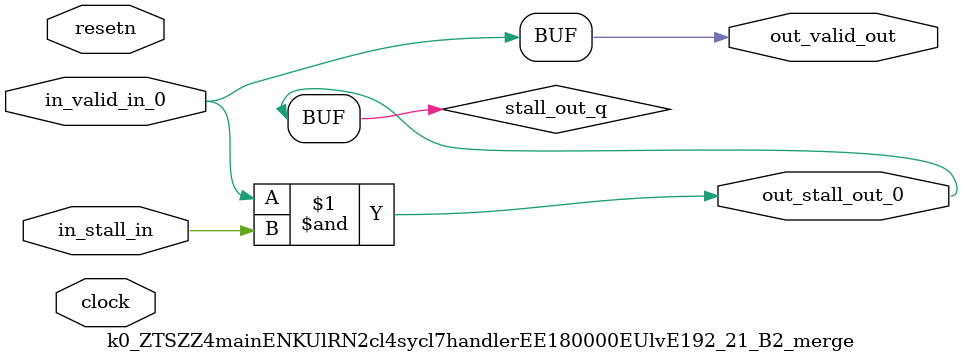
<source format=sv>



(* altera_attribute = "-name AUTO_SHIFT_REGISTER_RECOGNITION OFF; -name MESSAGE_DISABLE 10036; -name MESSAGE_DISABLE 10037; -name MESSAGE_DISABLE 14130; -name MESSAGE_DISABLE 14320; -name MESSAGE_DISABLE 15400; -name MESSAGE_DISABLE 14130; -name MESSAGE_DISABLE 10036; -name MESSAGE_DISABLE 12020; -name MESSAGE_DISABLE 12030; -name MESSAGE_DISABLE 12010; -name MESSAGE_DISABLE 12110; -name MESSAGE_DISABLE 14320; -name MESSAGE_DISABLE 13410; -name MESSAGE_DISABLE 113007; -name MESSAGE_DISABLE 10958" *)
module k0_ZTSZZ4mainENKUlRN2cl4sycl7handlerEE180000EUlvE192_21_B2_merge (
    input wire [0:0] in_stall_in,
    input wire [0:0] in_valid_in_0,
    output wire [0:0] out_stall_out_0,
    output wire [0:0] out_valid_out,
    input wire clock,
    input wire resetn
    );

    wire [0:0] stall_out_q;


    // stall_out(LOGICAL,6)
    assign stall_out_q = in_valid_in_0 & in_stall_in;

    // out_stall_out_0(GPOUT,4)
    assign out_stall_out_0 = stall_out_q;

    // out_valid_out(GPOUT,5)
    assign out_valid_out = in_valid_in_0;

endmodule

</source>
